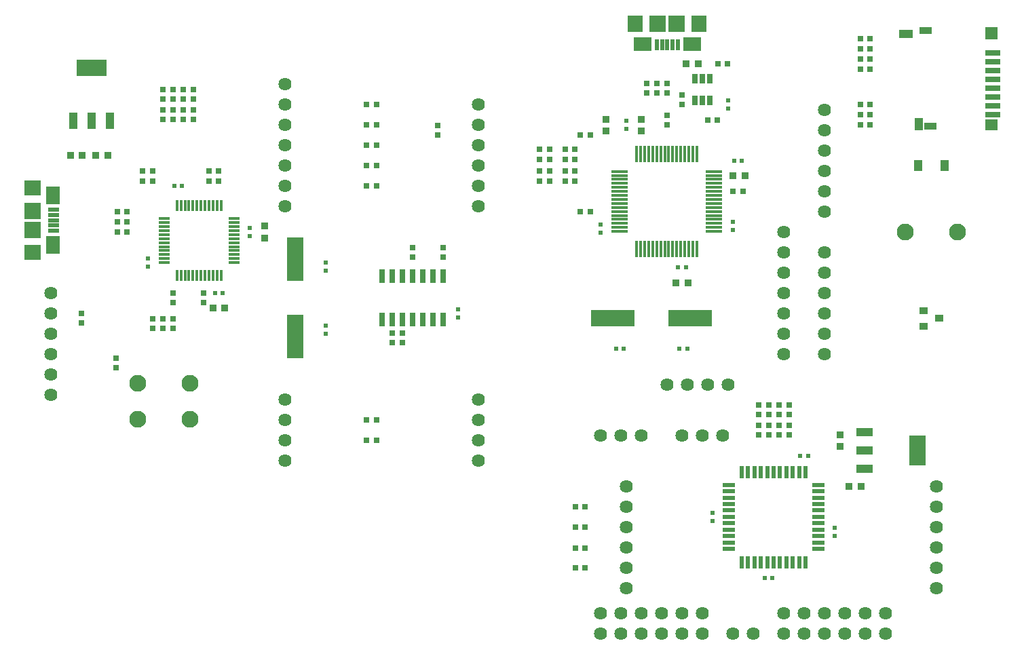
<source format=gbr>
G04 #@! TF.GenerationSoftware,KiCad,Pcbnew,(5.0.0-rc2-dev-319-g0ded476)*
G04 #@! TF.CreationDate,2018-04-17T17:50:58-07:00*
G04 #@! TF.ProjectId,paranoids-hackme-1,706172616E6F6964732D6861636B6D65,A*
G04 #@! TF.SameCoordinates,Original*
G04 #@! TF.FileFunction,Soldermask,Top*
G04 #@! TF.FilePolarity,Negative*
%FSLAX46Y46*%
G04 Gerber Fmt 4.6, Leading zero omitted, Abs format (unit mm)*
G04 Created by KiCad (PCBNEW (5.0.0-rc2-dev-319-g0ded476)) date Tuesday, April 17, 2018 at 05:50:58 PM*
%MOMM*%
%LPD*%
G01*
G04 APERTURE LIST*
%ADD10C,1.625600*%
%ADD11R,1.601600X0.601600*%
%ADD12R,0.601600X1.601600*%
%ADD13R,0.601600X0.601600*%
%ADD14R,0.901600X0.901600*%
%ADD15R,1.001600X0.901600*%
%ADD16R,1.021600X1.321600*%
%ADD17C,2.101600*%
%ADD18R,1.401600X0.351600*%
%ADD19R,0.351600X1.401600*%
%ADD20R,0.711600X0.736600*%
%ADD21R,0.736600X0.711600*%
%ADD22R,0.701600X1.651600*%
%ADD23R,2.101600X1.101600*%
%ADD24R,2.101600X3.751600*%
%ADD25R,1.101600X2.101600*%
%ADD26R,3.751600X2.101600*%
%ADD27R,0.701600X1.201600*%
%ADD28R,1.501600X0.901600*%
%ADD29R,1.651600X1.101600*%
%ADD30R,1.101600X1.551600*%
%ADD31R,1.601600X0.901600*%
%ADD32R,1.851600X0.801600*%
%ADD33R,1.601600X1.401600*%
%ADD34R,1.601600X1.601600*%
%ADD35R,5.435600X2.032000*%
%ADD36R,2.032000X5.435600*%
%ADD37R,2.001520X0.401320*%
%ADD38R,0.401320X2.001520*%
%ADD39R,1.901600X2.001600*%
%ADD40R,2.001600X2.001600*%
%ADD41R,2.201600X1.701600*%
%ADD42R,0.501600X1.451600*%
%ADD43R,2.001600X1.901600*%
%ADD44R,1.701600X2.201600*%
%ADD45R,1.451600X0.501600*%
G04 APERTURE END LIST*
D10*
X133350000Y-39370000D03*
X133350000Y-41910000D03*
X133350000Y-44450000D03*
X133350000Y-46990000D03*
X133350000Y-49530000D03*
X133350000Y-52070000D03*
X133350000Y-54610000D03*
X200660000Y-60325000D03*
X200660000Y-62865000D03*
X200660000Y-65405000D03*
X200660000Y-67945000D03*
X200660000Y-70485000D03*
X200660000Y-73025000D03*
D11*
X199910000Y-89345000D03*
X199910000Y-90145000D03*
X199910000Y-90945000D03*
X199910000Y-91745000D03*
X199910000Y-92545000D03*
X199910000Y-94145000D03*
X199910000Y-93345000D03*
X199910000Y-94945000D03*
X199910000Y-95745000D03*
X199910000Y-96545000D03*
X199910000Y-97345000D03*
X188710000Y-97345000D03*
X188710000Y-96545000D03*
X188710000Y-95745000D03*
X188710000Y-94945000D03*
X188710000Y-94145000D03*
X188710000Y-93345000D03*
X188710000Y-92545000D03*
X188710000Y-91745000D03*
X188710000Y-90945000D03*
X188710000Y-90145000D03*
D12*
X190310000Y-87745000D03*
X192710000Y-87745000D03*
X191910000Y-87745000D03*
X191110000Y-87745000D03*
X194310000Y-87745000D03*
X195110000Y-87745000D03*
X197510000Y-87745000D03*
X198310000Y-87745000D03*
X195910000Y-87745000D03*
X196710000Y-87745000D03*
X193510000Y-87745000D03*
D11*
X188710000Y-89345000D03*
D12*
X198310000Y-99045000D03*
X197510000Y-99045000D03*
X196710000Y-99045000D03*
X195910000Y-99045000D03*
X195110000Y-99045000D03*
X194310000Y-99045000D03*
X193510000Y-99045000D03*
X192710000Y-99045000D03*
X191910000Y-99045000D03*
X191110000Y-99045000D03*
X190310000Y-99045000D03*
D10*
X189230000Y-107950000D03*
X191770000Y-107950000D03*
X195580000Y-57785000D03*
X195580000Y-60325000D03*
X195580000Y-62865000D03*
X195580000Y-65405000D03*
X195580000Y-67945000D03*
X195580000Y-70485000D03*
X195580000Y-73025000D03*
X177800000Y-83185000D03*
X175260000Y-83185000D03*
X172720000Y-83185000D03*
X187960000Y-83185000D03*
X185420000Y-83185000D03*
X182880000Y-83185000D03*
X188595000Y-76835000D03*
X186055000Y-76835000D03*
X183515000Y-76835000D03*
X180975000Y-76835000D03*
X133350000Y-86360000D03*
X133350000Y-83820000D03*
X133350000Y-81280000D03*
X133350000Y-78740000D03*
X157480000Y-86360000D03*
X157480000Y-83820000D03*
X157480000Y-81280000D03*
X157480000Y-78740000D03*
X200660000Y-42545000D03*
X200660000Y-45085000D03*
X200660000Y-47625000D03*
X200660000Y-50165000D03*
X200660000Y-52705000D03*
X200660000Y-55245000D03*
X104140000Y-65405000D03*
X104140000Y-67945000D03*
X104140000Y-70485000D03*
X104140000Y-73025000D03*
X104140000Y-75565000D03*
X104140000Y-78105000D03*
X175895000Y-102235000D03*
X175895000Y-99695000D03*
X175895000Y-97155000D03*
X175895000Y-94615000D03*
X175895000Y-92075000D03*
X175895000Y-89535000D03*
X157480000Y-41910000D03*
X157480000Y-44450000D03*
X157480000Y-46990000D03*
X157480000Y-49530000D03*
X157480000Y-52070000D03*
X157480000Y-54610000D03*
X214630000Y-102235000D03*
X214630000Y-99695000D03*
X214630000Y-97155000D03*
X214630000Y-94615000D03*
X214630000Y-92075000D03*
X214630000Y-89535000D03*
D13*
X154940000Y-67445000D03*
X154940000Y-68445000D03*
D14*
X184900000Y-36830000D03*
X183400000Y-36830000D03*
X203720000Y-89535000D03*
X205220000Y-89535000D03*
D15*
X212995000Y-67630000D03*
X212995000Y-69530000D03*
X214995000Y-68580000D03*
D16*
X215635000Y-49530000D03*
X212355000Y-49530000D03*
D17*
X217245000Y-57785000D03*
X210745000Y-57785000D03*
X114990000Y-81150000D03*
X114990000Y-76650000D03*
X121490000Y-81150000D03*
X121490000Y-76650000D03*
D18*
X126960000Y-61620000D03*
X126960000Y-61120000D03*
X126960000Y-60620000D03*
X126960000Y-60120000D03*
X126960000Y-59620000D03*
X126960000Y-59120000D03*
X126960000Y-58620000D03*
X126960000Y-58120000D03*
X126960000Y-57620000D03*
X126960000Y-57120000D03*
X126960000Y-56620000D03*
X126960000Y-56120000D03*
D19*
X125360000Y-54520000D03*
X124860000Y-54520000D03*
X124360000Y-54520000D03*
X123860000Y-54520000D03*
X123360000Y-54520000D03*
X122860000Y-54520000D03*
X122360000Y-54520000D03*
X121860000Y-54520000D03*
X121360000Y-54520000D03*
X120860000Y-54520000D03*
X120360000Y-54520000D03*
X119860000Y-54520000D03*
D18*
X118260000Y-56120000D03*
X118260000Y-56620000D03*
X118260000Y-57120000D03*
X118260000Y-57620000D03*
X118260000Y-58120000D03*
X118260000Y-58620000D03*
X118260000Y-59120000D03*
X118260000Y-59620000D03*
X118260000Y-60120000D03*
X118260000Y-60620000D03*
X118260000Y-61120000D03*
X118260000Y-61620000D03*
D19*
X119860000Y-63220000D03*
X120360000Y-63220000D03*
X120860000Y-63220000D03*
X121360000Y-63220000D03*
X121860000Y-63220000D03*
X122360000Y-63220000D03*
X122860000Y-63220000D03*
X123360000Y-63220000D03*
X123860000Y-63220000D03*
X124360000Y-63220000D03*
X124860000Y-63220000D03*
X125360000Y-63220000D03*
D10*
X172720000Y-105410000D03*
X175260000Y-105410000D03*
X175260000Y-107950000D03*
X172720000Y-107950000D03*
X180340000Y-107950000D03*
X182880000Y-107950000D03*
X185420000Y-107950000D03*
X185420000Y-105410000D03*
X182880000Y-105410000D03*
X180340000Y-105410000D03*
X177800000Y-107950000D03*
X177800000Y-105410000D03*
X195580000Y-105410000D03*
X198120000Y-105410000D03*
X198120000Y-107950000D03*
X195580000Y-107950000D03*
X203200000Y-107950000D03*
X205740000Y-107950000D03*
X208280000Y-107950000D03*
X208280000Y-105410000D03*
X205740000Y-105410000D03*
X203200000Y-105410000D03*
X200660000Y-107950000D03*
X200660000Y-105410000D03*
D13*
X138430000Y-62595000D03*
X138430000Y-61595000D03*
X138430000Y-70485000D03*
X138430000Y-69485000D03*
X124595000Y-65405000D03*
X125595000Y-65405000D03*
X120515000Y-52070000D03*
X119515000Y-52070000D03*
X128905000Y-58285000D03*
X128905000Y-57285000D03*
X198620000Y-85725000D03*
X197620000Y-85725000D03*
X201930000Y-95750000D03*
X201930000Y-94750000D03*
X194175000Y-100965000D03*
X193175000Y-100965000D03*
X183515000Y-72390000D03*
X182515000Y-72390000D03*
X174625000Y-72390000D03*
X175625000Y-72390000D03*
X182380000Y-62230000D03*
X183380000Y-62230000D03*
X175895000Y-43950000D03*
X175895000Y-44950000D03*
X189230000Y-57515000D03*
X189230000Y-56515000D03*
X190365000Y-48895000D03*
X189365000Y-48895000D03*
X172720000Y-56904000D03*
X172720000Y-57904000D03*
X188595000Y-42410000D03*
X188595000Y-41410000D03*
X186690000Y-92845000D03*
X186690000Y-93845000D03*
X116205000Y-61095000D03*
X116205000Y-62095000D03*
D20*
X192405000Y-80607000D03*
X192405000Y-79413000D03*
X193675000Y-80607000D03*
X193675000Y-79413000D03*
X194945000Y-80607000D03*
X194945000Y-79413000D03*
X196215000Y-80607000D03*
X196215000Y-79413000D03*
X118110000Y-41237000D03*
X118110000Y-40043000D03*
X121920000Y-41237000D03*
X121920000Y-40043000D03*
X120650000Y-41237000D03*
X120650000Y-40043000D03*
X119380000Y-41237000D03*
X119380000Y-40043000D03*
D21*
X166332000Y-47440000D03*
X165138000Y-47440000D03*
X166332000Y-48710000D03*
X165138000Y-48710000D03*
X166332000Y-50165000D03*
X165138000Y-50165000D03*
X166332000Y-51435000D03*
X165138000Y-51435000D03*
D20*
X194945000Y-83147000D03*
X194945000Y-81953000D03*
X193675000Y-83147000D03*
X193675000Y-81953000D03*
X192405000Y-83147000D03*
X192405000Y-81953000D03*
D21*
X170218000Y-55245000D03*
X171412000Y-55245000D03*
D20*
X152400000Y-44488000D03*
X152400000Y-45682000D03*
D21*
X143548000Y-52070000D03*
X144742000Y-52070000D03*
X187287000Y-43815000D03*
X186093000Y-43815000D03*
X188557000Y-36830000D03*
X187363000Y-36830000D03*
X206337000Y-44450000D03*
X205143000Y-44450000D03*
X206337000Y-34925000D03*
X205143000Y-34925000D03*
X206337000Y-33655000D03*
X205143000Y-33655000D03*
X206337000Y-43180000D03*
X205143000Y-43180000D03*
X206299000Y-41910000D03*
X205105000Y-41910000D03*
X206337000Y-37465000D03*
X205143000Y-37465000D03*
X206337000Y-36195000D03*
X205143000Y-36195000D03*
X143548000Y-49530000D03*
X144742000Y-49530000D03*
D20*
X179760000Y-39223000D03*
X179760000Y-40417000D03*
X180975000Y-39223000D03*
X180975000Y-40417000D03*
D21*
X170777000Y-92075000D03*
X169583000Y-92075000D03*
X170777000Y-94615000D03*
X169583000Y-94615000D03*
X170777000Y-97210000D03*
X169583000Y-97210000D03*
X170777000Y-99695000D03*
X169583000Y-99695000D03*
D20*
X180975000Y-43218000D03*
X180975000Y-44412000D03*
D21*
X189268000Y-52705000D03*
X190462000Y-52705000D03*
X171412000Y-45720000D03*
X170218000Y-45720000D03*
X143548000Y-46990000D03*
X144742000Y-46990000D03*
X143548000Y-44450000D03*
X144742000Y-44450000D03*
X143548000Y-41910000D03*
X144742000Y-41910000D03*
X169524000Y-47440000D03*
X168330000Y-47440000D03*
D20*
X119380000Y-65443000D03*
X119380000Y-66637000D03*
X107950000Y-67983000D03*
X107950000Y-69177000D03*
X116840000Y-68618000D03*
X116840000Y-69812000D03*
X123190000Y-66637000D03*
X123190000Y-65443000D03*
X118110000Y-68618000D03*
X118110000Y-69812000D03*
X119380000Y-68618000D03*
X119380000Y-69812000D03*
D21*
X116802000Y-50165000D03*
X115608000Y-50165000D03*
X115608000Y-51435000D03*
X116802000Y-51435000D03*
X123863000Y-50165000D03*
X125057000Y-50165000D03*
X125057000Y-51435000D03*
X123863000Y-51435000D03*
D20*
X112268000Y-74765000D03*
X112268000Y-73571000D03*
X196215000Y-83147000D03*
X196215000Y-81953000D03*
X118110000Y-43777000D03*
X118110000Y-42583000D03*
X121920000Y-43777000D03*
X121920000Y-42583000D03*
X120650000Y-43777000D03*
X120650000Y-42583000D03*
X119380000Y-43777000D03*
X119380000Y-42583000D03*
D21*
X112433000Y-55245000D03*
X113627000Y-55245000D03*
X112433000Y-56515000D03*
X113627000Y-56515000D03*
X113627000Y-57785000D03*
X112433000Y-57785000D03*
X144742000Y-81280000D03*
X143548000Y-81280000D03*
X144742000Y-83820000D03*
X143548000Y-83820000D03*
D20*
X153035000Y-60922000D03*
X153035000Y-59728000D03*
X149225000Y-60922000D03*
X149225000Y-59728000D03*
X147955000Y-70396000D03*
X147955000Y-71590000D03*
X146685000Y-71590000D03*
X146685000Y-70396000D03*
D21*
X169524000Y-48710000D03*
X168330000Y-48710000D03*
X169507000Y-50165000D03*
X168313000Y-50165000D03*
X169507000Y-51435000D03*
X168313000Y-51435000D03*
D20*
X182880000Y-40678000D03*
X182880000Y-41872000D03*
X178490000Y-39223000D03*
X178490000Y-40417000D03*
D14*
X124345000Y-67310000D03*
X125845000Y-67310000D03*
X106565000Y-48260000D03*
X108065000Y-48260000D03*
X109740000Y-48260000D03*
X111240000Y-48260000D03*
X130810000Y-58535000D03*
X130810000Y-57035000D03*
X202565000Y-83070000D03*
X202565000Y-84570000D03*
X190730000Y-50800000D03*
X189230000Y-50800000D03*
X177800000Y-43700000D03*
X177800000Y-45200000D03*
X182130000Y-64135000D03*
X183630000Y-64135000D03*
X173355000Y-43700000D03*
X173355000Y-45200000D03*
D22*
X153035000Y-68740000D03*
X151765000Y-68740000D03*
X150495000Y-68740000D03*
X149225000Y-68740000D03*
X147955000Y-68740000D03*
X146685000Y-68740000D03*
X145415000Y-68740000D03*
X145415000Y-63340000D03*
X146685000Y-63340000D03*
X147955000Y-63340000D03*
X149225000Y-63340000D03*
X150495000Y-63340000D03*
X151765000Y-63340000D03*
X153035000Y-63340000D03*
D23*
X205615000Y-87370000D03*
X205615000Y-82810000D03*
X205615000Y-85090000D03*
D24*
X212215000Y-85090000D03*
D25*
X111500000Y-43940000D03*
X106940000Y-43940000D03*
X109220000Y-43940000D03*
D26*
X109220000Y-37340000D03*
D27*
X186370000Y-41355000D03*
X185420000Y-41355000D03*
X184470000Y-41355000D03*
X184470000Y-38655000D03*
X185420000Y-38655000D03*
X186370000Y-38655000D03*
D28*
X213240000Y-32680000D03*
D29*
X210815000Y-33080000D03*
D30*
X212390000Y-44305000D03*
D31*
X213890000Y-44630000D03*
D32*
X221615000Y-43180000D03*
X221615000Y-42080000D03*
X221615000Y-40980000D03*
X221615000Y-39880000D03*
X221615000Y-38780000D03*
X221615000Y-37680000D03*
X221615000Y-36580000D03*
X221615000Y-35480000D03*
D33*
X221490000Y-44380000D03*
D34*
X221490000Y-33030000D03*
D35*
X183896000Y-68580000D03*
X174244000Y-68580000D03*
D36*
X134620000Y-61214000D03*
X134620000Y-70866000D03*
D37*
X175077120Y-57724040D03*
X175077120Y-57223660D03*
X175077120Y-56723280D03*
X175077120Y-56222900D03*
X175077120Y-55722520D03*
X175077120Y-55224680D03*
X175077120Y-54724300D03*
X175077120Y-54223920D03*
X175077120Y-53726080D03*
X175077120Y-53225700D03*
X175077120Y-52725320D03*
X175077120Y-52227480D03*
X175077120Y-51727100D03*
X175077120Y-51226720D03*
X175077120Y-50726340D03*
X175077120Y-50225960D03*
D38*
X177225960Y-48077120D03*
X177726340Y-48077120D03*
X178226720Y-48077120D03*
X178727100Y-48077120D03*
X179227480Y-48077120D03*
X179725320Y-48077120D03*
X180225700Y-48077120D03*
X180726080Y-48077120D03*
X181223920Y-48077120D03*
X181724300Y-48077120D03*
X182224680Y-48077120D03*
X182722520Y-48077120D03*
X183222900Y-48077120D03*
X183723280Y-48077120D03*
X184223660Y-48077120D03*
X184724040Y-48077120D03*
D37*
X186872880Y-50225960D03*
X186872880Y-50726340D03*
X186872880Y-51226720D03*
X186872880Y-51727100D03*
X186872880Y-52227480D03*
X186872880Y-52725320D03*
X186872880Y-53225700D03*
X186872880Y-53726080D03*
X186872880Y-54223920D03*
X186872880Y-54724300D03*
X186872880Y-55224680D03*
X186872880Y-55722520D03*
X186872880Y-56222900D03*
X186872880Y-56723280D03*
X186872880Y-57223660D03*
X186872880Y-57724040D03*
D38*
X184724040Y-59872880D03*
X184223660Y-59872880D03*
X183723280Y-59872880D03*
X183222900Y-59872880D03*
X182722520Y-59872880D03*
X182224680Y-59872880D03*
X181724300Y-59872880D03*
X181223920Y-59872880D03*
X180726080Y-59872880D03*
X180225700Y-59872880D03*
X179725320Y-59872880D03*
X179227480Y-59872880D03*
X178727100Y-59872880D03*
X178226720Y-59872880D03*
X177726340Y-59872880D03*
X177225960Y-59872880D03*
D39*
X177030000Y-31795000D03*
D40*
X179830000Y-31795000D03*
X182230000Y-31795000D03*
D39*
X185030000Y-31795000D03*
D41*
X177930000Y-34345000D03*
X184130000Y-34345000D03*
D42*
X179730000Y-34470000D03*
X180380000Y-34470000D03*
X181030000Y-34470000D03*
X181680000Y-34470000D03*
X182330000Y-34470000D03*
D43*
X101830000Y-60330000D03*
D40*
X101830000Y-57530000D03*
X101830000Y-55130000D03*
D43*
X101830000Y-52330000D03*
D44*
X104380000Y-59430000D03*
X104380000Y-53230000D03*
D45*
X104505000Y-57630000D03*
X104505000Y-56980000D03*
X104505000Y-56330000D03*
X104505000Y-55680000D03*
X104505000Y-55030000D03*
M02*

</source>
